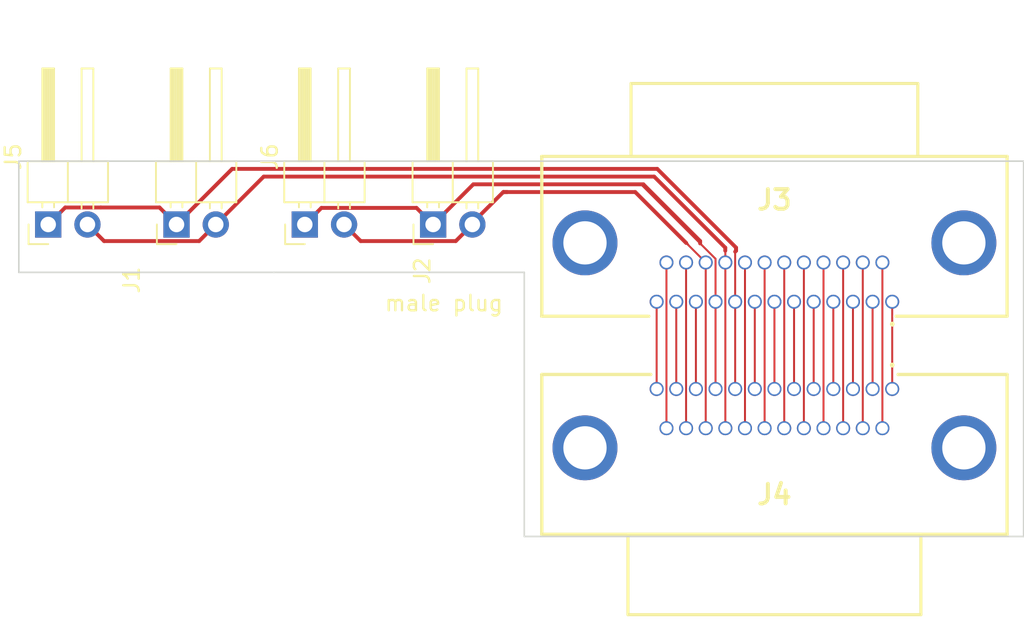
<source format=kicad_pcb>
(kicad_pcb (version 20211014) (generator pcbnew)
  (layers (0 "F.Cu" signal) (31 "B.Cu" signal) (34 "B.Paste" user) (35 "F.Paste" user) (36 "B.SilkS" user "B.Silkscreen") (37 "F.SilkS" user "F.Silkscreen") (38 "B.Mask" user) (39 "F.Mask" user) (44 "Edge.Cuts" user))
  (net 0 "")
  (net 1 "Net-(J1-Pad1)")
  (net 2 "Net-(J1-Pad2)")
  (net 3 "Net-(J2-Pad1)")
  (net 4 "Net-(J2-Pad2)")
  (net 6 "Net-(J3-Pad1)")
  (net 7 "Net-(J3-Pad2)")
  (net 8 "Net-(J3-Pad3)")
  (net 9 "Net-(J3-Pad4)")
  (net 10 "Net-(J3-Pad5)")
  (net 11 "Net-(J3-Pad6)")
  (net 12 "Net-(J3-Pad7)")
  (net 13 "Net-(J3-Pad8)")
  (net 14 "Net-(J3-Pad11)")
  (net 15 "Net-(J3-Pad12)")
  (net 16 "Net-(J3-Pad13)")
  (net 17 "Net-(J3-Pad14)")
  (net 18 "Net-(J3-Pad15)")
  (net 19 "Net-(J3-Pad16)")
  (net 20 "Net-(J3-Pad17)")
  (net 21 "Net-(J3-Pad18)")
  (net 22 "Net-(J3-Pad19)")
  (net 23 "Net-(J3-Pad20)")
  (net 24 "Net-(J3-Pad21)")
  (net 25 "Net-(J3-Pad24)")
  (net 26 "Net-(J3-Pad25)")
  (footprint "Connector_PinHeader_2.54mm:PinHeader_1x02_P2.54mm_Horizontal" (layer "F.Cu") (at 127.3 62.6 90)
    (fp_text reference "J2" (at -3 -0.7 90) (layer "F.SilkS"))
    (fp_text value "Conn_01x02_Male_2.54mm")
    (fp_line (start 4.1 0.16) (end 10.1 0.16) (layer "F.SilkS") (width 0.12))
    (fp_line (start 4.1 0.04) (end 10.1 0.04) (layer "F.SilkS") (width 0.12))
    (fp_line (start 4.1 -0.2) (end 10.1 -0.2) (layer "F.SilkS") (width 0.12))
    (fp_line (start 4.1 -0.32) (end 10.1 -0.32) (layer "F.SilkS") (width 0.12))
    (fp_line (start 10.1 2.16) (end 10.1 2.92) (layer "F.SilkS") (width 0.12))
    (fp_line (start 4.1 2.16) (end 10.1 2.16) (layer "F.SilkS") (width 0.12))
    (fp_line (start 4.1 -0.08) (end 10.1 -0.08) (layer "F.SilkS") (width 0.12))
    (fp_line (start 10.1 0.38) (end 4.1 0.38) (layer "F.SilkS") (width 0.12))
    (fp_line (start 1.11 0.38) (end 1.44 0.38) (layer "F.SilkS") (width 0.12))
    (fp_line (start 4.1 0.28) (end 10.1 0.28) (layer "F.SilkS") (width 0.12))
    (fp_line (start 1.44 -1.33) (end 1.44 3.87) (layer "F.SilkS") (width 0.12))
    (fp_line (start 10.1 2.92) (end 4.1 2.92) (layer "F.SilkS") (width 0.12))
    (fp_line (start 1.11 -0.38) (end 1.44 -0.38) (layer "F.SilkS") (width 0.12))
    (fp_line (start 10.1 -0.38) (end 10.1 0.38) (layer "F.SilkS") (width 0.12))
    (fp_line (start 1.44 3.87) (end 4.1 3.87) (layer "F.SilkS") (width 0.12))
    (fp_line (start -1.27 -1.27) (end 0 -1.27) (layer "F.SilkS") (width 0.12))
    (fp_line (start -1.27 0) (end -1.27 -1.27) (layer "F.SilkS") (width 0.12))
    (fp_line (start 1.44 1.27) (end 4.1 1.27) (layer "F.SilkS") (width 0.12))
    (fp_line (start 4.1 3.87) (end 4.1 -1.33) (layer "F.SilkS") (width 0.12))
    (fp_line (start 4.1 -1.33) (end 1.44 -1.33) (layer "F.SilkS") (width 0.12))
    (fp_line (start 4.1 -0.38) (end 10.1 -0.38) (layer "F.SilkS") (width 0.12))
    (fp_line (start 1.042929 2.16) (end 1.44 2.16) (layer "F.SilkS") (width 0.12))
    (fp_line (start 1.042929 2.92) (end 1.44 2.92) (layer "F.SilkS") (width 0.12))
    (pad "1" thru_hole rect (at 0 0 90) (size 1.7 1.7) (drill 1) (layers *.Cu *.Mask) (net 3 "Net-(J2-Pad1)"))
    (pad "2" thru_hole oval (at 0 2.54 90) (size 1.7 1.7) (drill 1) (layers *.Cu *.Mask) (net 4 "Net-(J2-Pad2)"))
  )
  (footprint "Connector_PinHeader_2.54mm:PinHeader_1x02_P2.54mm_Horizontal" (layer "F.Cu") (at 102.4 62.6 90)
    (fp_text reference "J5" (at 4.385 -2.27 90) (layer "F.SilkS"))
    (fp_text value "Conn_01x02_Male_2.54mm")
    (fp_line (start 4.1 0.04) (end 10.1 0.04) (layer "F.SilkS") (width 0.12))
    (fp_line (start 4.1 2.16) (end 10.1 2.16) (layer "F.SilkS") (width 0.12))
    (fp_line (start 1.44 3.87) (end 4.1 3.87) (layer "F.SilkS") (width 0.12))
    (fp_line (start 1.042929 2.92) (end 1.44 2.92) (layer "F.SilkS") (width 0.12))
    (fp_line (start 4.1 3.87) (end 4.1 -1.33) (layer "F.SilkS") (width 0.12))
    (fp_line (start 4.1 -1.33) (end 1.44 -1.33) (layer "F.SilkS") (width 0.12))
    (fp_line (start 1.11 0.38) (end 1.44 0.38) (layer "F.SilkS") (width 0.12))
    (fp_line (start -1.27 0) (end -1.27 -1.27) (layer "F.SilkS") (width 0.12))
    (fp_line (start 4.1 0.28) (end 10.1 0.28) (layer "F.SilkS") (width 0.12))
    (fp_line (start 10.1 -0.38) (end 10.1 0.38) (layer "F.SilkS") (width 0.12))
    (fp_line (start 4.1 -0.32) (end 10.1 -0.32) (layer "F.SilkS") (width 0.12))
    (fp_line (start -1.27 -1.27) (end 0 -1.27) (layer "F.SilkS") (width 0.12))
    (fp_line (start 4.1 -0.38) (end 10.1 -0.38) (layer "F.SilkS") (width 0.12))
    (fp_line (start 4.1 0.16) (end 10.1 0.16) (layer "F.SilkS") (width 0.12))
    (fp_line (start 10.1 2.92) (end 4.1 2.92) (layer "F.SilkS") (width 0.12))
    (fp_line (start 1.44 -1.33) (end 1.44 3.87) (layer "F.SilkS") (width 0.12))
    (fp_line (start 1.44 1.27) (end 4.1 1.27) (layer "F.SilkS") (width 0.12))
    (fp_line (start 1.042929 2.16) (end 1.44 2.16) (layer "F.SilkS") (width 0.12))
    (fp_line (start 4.1 -0.2) (end 10.1 -0.2) (layer "F.SilkS") (width 0.12))
    (fp_line (start 10.1 0.38) (end 4.1 0.38) (layer "F.SilkS") (width 0.12))
    (fp_line (start 1.11 -0.38) (end 1.44 -0.38) (layer "F.SilkS") (width 0.12))
    (fp_line (start 4.1 -0.08) (end 10.1 -0.08) (layer "F.SilkS") (width 0.12))
    (fp_line (start 10.1 2.16) (end 10.1 2.92) (layer "F.SilkS") (width 0.12))
    (pad "1" thru_hole rect (at 0 0 90) (size 1.7 1.7) (drill 1) (layers *.Cu *.Mask) (net 1 "Net-(J1-Pad1)"))
    (pad "2" thru_hole oval (at 0 2.54 90) (size 1.7 1.7) (drill 1) (layers *.Cu *.Mask) (net 2 "Net-(J1-Pad2)"))
  )
  (footprint "0Project_Library:581M25213L461_Norcomp_Female" (layer "F.Cu") (at 157 73.25)
    (fp_text reference "J4" (at -7.62 6.835) (layer "F.SilkS") (effects (font (size 1.27 1.27) (thickness 0.254))))
    (fp_text value "DB25_Female_MountingHoles" hide)
    (fp_line (start 0 -1.6) (end 0 -1.6) (layer "F.SilkS") (width 0.2))
    (fp_line (start 1.855 14.61) (end -17.095 14.61) (layer "F.SilkS") (width 0.2))
    (fp_line (start 7.43 -0.94) (end 7.43 -0.94) (layer "F.SilkS") (width 0.2))
    (fp_line (start -22.67 9.41) (end -22.67 9.41) (layer "F.SilkS") (width 0.2))
    (fp_line (start 0.38 -0.94) (end 7.43 -0.94) (layer "F.SilkS") (width 0.2))
    (fp_line (start -15.62 -0.94) (end -15.62 -0.94) (layer "F.SilkS") (width 0.2))
    (fp_line (start -17.095 14.61) (end -17.095 9.41) (layer "F.SilkS") (width 0.2))
    (fp_line (start -22.67 -0.94) (end -15.62 -0.94) (layer "F.SilkS") (width 0.2))
    (fp_line (start 7.43 -0.94) (end 0.38 -0.94) (layer "F.SilkS") (width 0.2))
    (fp_line (start 7.43 9.41) (end -22.67 9.41) (layer "F.SilkS") (width 0.2))
    (fp_line (start -22.67 -0.94) (end -22.67 9.41) (layer "F.SilkS") (width 0.2))
    (fp_line (start -22.67 9.41) (end -22.67 9.41) (layer "F.SilkS") (width 0.2))
    (fp_line (start -22.67 -0.94) (end -22.67 -0.94) (layer "F.SilkS") (width 0.2))
    (fp_line (start 7.43 9.41) (end 7.43 -0.94) (layer "F.SilkS") (width 0.2))
    (fp_line (start -22.67 9.41) (end -22.67 -0.94) (layer "F.SilkS") (width 0.2))
    (fp_line (start 7.43 9.41) (end 7.43 9.41) (layer "F.SilkS") (width 0.2))
    (fp_line (start -17.095 9.41) (end 1.855 9.41) (layer "F.SilkS") (width 0.2))
    (fp_line (start 0.38 -0.94) (end 0.38 -0.94) (layer "F.SilkS") (width 0.2))
    (fp_line (start 7.43 9.41) (end 7.43 9.41) (layer "F.SilkS") (width 0.2))
    (fp_line (start -22.67 -0.94) (end -22.67 -0.94) (layer "F.SilkS") (width 0.2))
    (fp_line (start 0 -1.6) (end 0 -1.6) (layer "F.SilkS") (width 0.2))
    (fp_line (start 7.43 -0.94) (end 7.43 9.41) (layer "F.SilkS") (width 0.2))
    (fp_line (start 1.855 9.41) (end 1.855 14.61) (layer "F.SilkS") (width 0.2))
    (fp_line (start -15.62 -0.94) (end -22.67 -0.94) (layer "F.SilkS") (width 0.2))
    (fp_line (start -22.67 9.41) (end 7.43 9.41) (layer "F.SilkS") (width 0.2))
    (fp_line (start 0 -1.5) (end 0 -1.5) (layer "F.SilkS") (width 0.2))
    (fp_line (start 7.43 -0.94) (end 7.43 -0.94) (layer "F.SilkS") (width 0.2))
    (fp_arc (start 0 -1.6) (mid 0.05 -1.55) (end 0 -1.5) (layer "F.SilkS") (width 0.2))
    (fp_arc (start 0 -1.5) (mid -0.05 -1.55) (end 0 -1.6) (layer "F.SilkS") (width 0.2))
    (fp_arc (start 0 -1.5) (mid -0.05 -1.55) (end 0 -1.6) (layer "F.SilkS") (width 0.2))
    (pad "0" thru_hole circle (at -19.875 3.81) (size 4.2 4.2) (drill 2.8) (layers *.Cu *.Mask))
    (pad "0" thru_hole circle (at 4.635 3.81) (size 4.2 4.2) (drill 2.8) (layers *.Cu *.Mask))
    (pad "1" thru_hole circle (at 0 0) (size 0.91 0.91) (drill 0.71) (layers *.Cu *.Mask) (net 6 "Net-(J3-Pad1)"))
    (pad "2" thru_hole circle (at -1.27 0) (size 0.91 0.91) (drill 0.71) (layers *.Cu *.Mask) (net 7 "Net-(J3-Pad2)"))
    (pad "3" thru_hole circle (at -2.54 0) (size 0.91 0.91) (drill 0.71) (layers *.Cu *.Mask) (net 8 "Net-(J3-Pad3)"))
    (pad "4" thru_hole circle (at -3.81 0) (size 0.91 0.91) (drill 0.71) (layers *.Cu *.Mask) (net 9 "Net-(J3-Pad4)"))
    (pad "5" thru_hole circle (at -5.08 0) (size 0.91 0.91) (drill 0.71) (layers *.Cu *.Mask) (net 10 "Net-(J3-Pad5)"))
    (pad "6" thru_hole circle (at -6.35 0) (size 0.91 0.91) (drill 0.71) (layers *.Cu *.Mask) (net 11 "Net-(J3-Pad6)"))
    (pad "7" thru_hole circle (at -7.62 0) (size 0.91 0.91) (drill 0.71) (layers *.Cu *.Mask) (net 12 "Net-(J3-Pad7)"))
    (pad "8" thru_hole circle (at -8.89 0) (size 0.91 0.91) (drill 0.71) (layers *.Cu *.Mask) (net 13 "Net-(J3-Pad8)"))
    (pad "9" thru_hole circle (at -10.16 0) (size 0.91 0.91) (drill 0.71) (layers *.Cu *.Mask) (net 1 "Net-(J1-Pad1)"))
    (pad "10" thru_hole circle (at -11.43 0) (size 0.91 0.91) (drill 0.71) (layers *.Cu *.Mask) (net 3 "Net-(J2-Pad1)"))
    (pad "11" thru_hole circle (at -12.7 0) (size 0.91 0.91) (drill 0.71) (layers *.Cu *.Mask) (net 14 "Net-(J3-Pad11)"))
    (pad "12" thru_hole circle (at -13.97 0) (size 0.91 0.91) (drill 0.71) (layers *.Cu *.Mask) (net 15 "Net-(J3-Pad12)"))
    (pad "13" thru_hole circle (at -15.24 0) (size 0.91 0.91) (drill 0.71) (layers *.Cu *.Mask) (net 16 "Net-(J3-Pad13)"))
    (pad "14" thru_hole circle (at -0.635 2.54) (size 0.91 0.91) (drill 0.71) (layers *.Cu *.Mask) (net 17 "Net-(J3-Pad14)"))
    (pad "15" thru_hole circle (at -1.905 2.54) (size 0.91 0.91) (drill 0.71) (layers *.Cu *.Mask) (net 18 "Net-(J3-Pad15)"))
    (pad "16" thru_hole circle (at -3.175 2.54) (size 0.91 0.91) (drill 0.71) (layers *.Cu *.Mask) (net 19 "Net-(J3-Pad16)"))
    (pad "17" thru_hole circle (at -4.445 2.54) (size 0.91 0.91) (drill 0.71) (layers *.Cu *.Mask) (net 20 "Net-(J3-Pad17)"))
    (pad "18" thru_hole circle (at -5.715 2.54) (size 0.91 0.91) (drill 0.71) (layers *.Cu *.Mask) (net 21 "Net-(J3-Pad18)"))
    (pad "19" thru_hole circle (at -6.985 2.54) (size 0.91 0.91) (drill 0.71) (layers *.Cu *.Mask) (net 22 "Net-(J3-Pad19)"))
    (pad "20" thru_hole circle (at -8.255 2.54) (size 0.91 0.91) (drill 0.71) (layers *.Cu *.Mask) (net 23 "Net-(J3-Pad20)"))
    (pad "21" thru_hole circle (at -9.525 2.54) (size 0.91 0.91) (drill 0.71) (layers *.Cu *.Mask) (net 24 "Net-(J3-Pad21)"))
    (pad "22" thru_hole circle (at -10.795 2.54) (size 0.91 0.91) (drill 0.71) (layers *.Cu *.Mask) (net 2 "Net-(J1-Pad2)"))
    (pad "23" thru_hole circle (at -12.065 2.54) (size 0.91 0.91) (drill 0.71) (layers *.Cu *.Mask) (net 4 "Net-(J2-Pad2)"))
    (pad "24" thru_hole circle (at -13.335 2.54) (size 0.91 0.91) (drill 0.71) (layers *.Cu *.Mask) (net 25 "Net-(J3-Pad24)"))
    (pad "25" thru_hole circle (at -14.605 2.54) (size 0.91 0.91) (drill 0.71) (layers *.Cu *.Mask) (net 26 "Net-(J3-Pad25)"))
  )
  (footprint "0Project_Library:581M25113L461_Norcomp" (layer "F.Cu") (at 157 67.6 180)
    (fp_text reference "J3" (at 7.62 6.595 180) (layer "F.SilkS") (effects (font (size 1.27 1.27) (thickness 0.254))))
    (fp_text value "DB25_Male_MountingHoles" hide)
    (fp_line (start -7.43 -0.94) (end -0.25 -0.94) (layer "F.SilkS") (width 0.2))
    (fp_line (start 22.67 9.41) (end 22.67 -0.94) (layer "F.SilkS") (width 0.2))
    (fp_line (start -7.43 -0.94) (end -7.43 -0.94) (layer "F.SilkS") (width 0.2))
    (fp_line (start -7.43 9.41) (end -7.43 9.41) (layer "F.SilkS") (width 0.2))
    (fp_line (start -1.655 9.41) (end 16.895 9.41) (layer "F.SilkS") (width 0.2))
    (fp_line (start 22.67 -0.94) (end 22.67 -0.94) (layer "F.SilkS") (width 0.2))
    (fp_line (start 22.67 9.41) (end 22.67 9.41) (layer "F.SilkS") (width 0.2))
    (fp_line (start 22.67 -0.94) (end 22.67 -0.94) (layer "F.SilkS") (width 0.2))
    (fp_line (start -0.25 -0.94) (end -0.25 -0.94) (layer "F.SilkS") (width 0.2))
    (fp_line (start -7.43 -0.94) (end -7.43 -0.94) (layer "F.SilkS") (width 0.2))
    (fp_line (start 0 -1.4) (end 0 -1.4) (layer "F.SilkS") (width 0.2))
    (fp_line (start 16.895 9.41) (end 16.895 14.13) (layer "F.SilkS") (width 0.2))
    (fp_line (start 16.895 14.13) (end -1.655 14.13) (layer "F.SilkS") (width 0.2))
    (fp_line (start 0 -1.5) (end 0 -1.5) (layer "F.SilkS") (width 0.2))
    (fp_line (start -7.43 9.41) (end -7.43 -0.94) (layer "F.SilkS") (width 0.2))
    (fp_line (start -7.43 9.41) (end -7.43 9.41) (layer "F.SilkS") (width 0.2))
    (fp_line (start 22.67 -0.94) (end 22.67 9.41) (layer "F.SilkS") (width 0.2))
    (fp_line (start -1.655 14.13) (end -1.655 9.41) (layer "F.SilkS") (width 0.2))
    (fp_line (start 15.75 -0.94) (end 22.67 -0.94) (layer "F.SilkS") (width 0.2))
    (fp_line (start 22.67 9.41) (end -7.43 9.41) (layer "F.SilkS") (width 0.2))
    (fp_line (start 22.67 -0.94) (end 15.75 -0.94) (layer "F.SilkS") (width 0.2))
    (fp_line (start -0.25 -0.94) (end -7.43 -0.94) (layer "F.SilkS") (width 0.2))
    (fp_line (start 0 -1.5) (end 0 -1.5) (layer "F.SilkS") (width 0.2))
    (fp_line (start -7.43 9.41) (end 22.67 9.41) (layer "F.SilkS") (width 0.2))
    (fp_line (start 22.67 9.41) (end 22.67 9.41) (layer "F.SilkS") (width 0.2))
    (fp_line (start -7.43 -0.94) (end -7.43 9.41) (layer "F.SilkS") (width 0.2))
    (fp_line (start 15.75 -0.94) (end 15.75 -0.94) (layer "F.SilkS") (width 0.2))
    (fp_arc (start 0 -1.5) (mid 0.05 -1.45) (end 0 -1.4) (layer "F.SilkS") (width 0.2))
    (fp_arc (start 0 -1.4) (mid -0.05 -1.45) (end 0 -1.5) (layer "F.SilkS") (width 0.2))
    (fp_arc (start 0 -1.4) (mid -0.05 -1.45) (end 0 -1.5) (layer "F.SilkS") (width 0.2))
    (pad "0" thru_hole circle (at 19.875 3.81 180) (size 4.2 4.2) (drill 2.8) (layers *.Cu *.Mask))
    (pad "0" thru_hole circle (at -4.635 3.81 180) (size 4.2 4.2) (drill 2.8) (layers *.Cu *.Mask))
    (pad "1" thru_hole circle (at 0 0 180) (size 0.91 0.91) (drill 0.7) (layers *.Cu *.Mask) (net 6 "Net-(J3-Pad1)"))
    (pad "2" thru_hole circle (at 1.27 0 180) (size 0.91 0.91) (drill 0.7) (layers *.Cu *.Mask) (net 7 "Net-(J3-Pad2)"))
    (pad "3" thru_hole circle (at 2.54 0 180) (size 0.91 0.91) (drill 0.7) (layers *.Cu *.Mask) (net 8 "Net-(J3-Pad3)"))
    (pad "4" thru_hole circle (at 3.81 0 180) (size 0.91 0.91) (drill 0.7) (layers *.Cu *.Mask) (net 9 "Net-(J3-Pad4)"))
    (pad "5" thru_hole circle (at 5.08 0 180) (size 0.91 0.91) (drill 0.7) (layers *.Cu *.Mask) (net 10 "Net-(J3-Pad5)"))
    (pad "6" thru_hole circle (at 6.35 0 180) (size 0.91 0.91) (drill 0.7) (layers *.Cu *.Mask) (net 11 "Net-(J3-Pad6)"))
    (pad "7" thru_hole circle (at 7.62 0 180) (size 0.91 0.91) (drill 0.7) (layers *.Cu *.Mask) (net 12 "Net-(J3-Pad7)"))
    (pad "8" thru_hole circle (at 8.89 0 180) (size 0.91 0.91) (drill 0.7) (layers *.Cu *.Mask) (net 13 "Net-(J3-Pad8)"))
    (pad "9" thru_hole circle (at 10.16 0 180) (size 0.91 0.91) (drill 0.7) (layers *.Cu *.Mask) (net 1 "Net-(J1-Pad1)"))
    (pad "10" thru_hole circle (at 11.43 0 180) (size 0.91 0.91) (drill 0.7) (layers *.Cu *.Mask) (net 3 "Net-(J2-Pad1)"))
    (pad "11" thru_hole circle (at 12.7 0 180) (size 0.91 0.91) (drill 0.7) (layers *.Cu *.Mask) (net 14 "Net-(J3-Pad11)"))
    (pad "12" thru_hole circle (at 13.97 0 180) (size 0.91 0.91) (drill 0.7) (layers *.Cu *.Mask) (net 15 "Net-(J3-Pad12)"))
    (pad "13" thru_hole circle (at 15.24 0 180) (size 0.91 0.91) (drill 0.7) (layers *.Cu *.Mask) (net 16 "Net-(J3-Pad13)"))
    (pad "14" thru_hole circle (at 0.635 2.54 180) (size 0.91 0.91) (drill 0.7) (layers *.Cu *.Mask) (net 17 "Net-(J3-Pad14)"))
    (pad "15" thru_hole circle (at 1.905 2.54 180) (size 0.91 0.91) (drill 0.7) (layers *.Cu *.Mask) (net 18 "Net-(J3-Pad15)"))
    (pad "16" thru_hole circle (at 3.175 2.54 180) (size 0.91 0.91) (drill 0.7) (layers *.Cu *.Mask) (net 19 "Net-(J3-Pad16)"))
    (pad "17" thru_hole circle (at 4.445 2.54 180) (size 0.91 0.91) (drill 0.7) (layers *.Cu *.Mask) (net 20 "Net-(J3-Pad17)"))
    (pad "18" thru_hole circle (at 5.715 2.54 180) (size 0.91 0.91) (drill 0.7) (layers *.Cu *.Mask) (net 21 "Net-(J3-Pad18)"))
    (pad "19" thru_hole circle (at 6.985 2.54 180) (size 0.91 0.91) (drill 0.7) (layers *.Cu *.Mask) (net 22 "Net-(J3-Pad19)"))
    (pad "20" thru_hole circle (at 8.255 2.54 180) (size 0.91 0.91) (drill 0.7) (layers *.Cu *.Mask) (net 23 "Net-(J3-Pad20)"))
    (pad "21" thru_hole circle (at 9.525 2.54 180) (size 0.91 0.91) (drill 0.7) (layers *.Cu *.Mask) (net 24 "Net-(J3-Pad21)"))
    (pad "22" thru_hole circle (at 10.795 2.54 180) (size 0.91 0.91) (drill 0.7) (layers *.Cu *.Mask) (net 2 "Net-(J1-Pad2)"))
    (pad "23" thru_hole circle (at 12.065 2.54 180) (size 0.91 0.91) (drill 0.7) (layers *.Cu *.Mask) (net 4 "Net-(J2-Pad2)"))
    (pad "24" thru_hole circle (at 13.335 2.54 180) (size 0.91 0.91) (drill 0.7) (layers *.Cu *.Mask) (net 25 "Net-(J3-Pad24)"))
    (pad "25" thru_hole circle (at 14.605 2.54 180) (size 0.91 0.91) (drill 0.7) (layers *.Cu *.Mask) (net 26 "Net-(J3-Pad25)"))
  )
  (footprint "Connector_PinHeader_2.54mm:PinHeader_1x02_P2.54mm_Horizontal" (layer "F.Cu") (at 110.7 62.6 90)
    (fp_text reference "J1" (at -3.6 -2.9 90) (layer "F.SilkS"))
    (fp_text value "Conn_01x02_Male_2.54mm")
    (fp_line (start 4.1 -0.2) (end 10.1 -0.2) (layer "F.SilkS") (width 0.12))
    (fp_line (start 4.1 0.16) (end 10.1 0.16) (layer "F.SilkS") (width 0.12))
    (fp_line (start 10.1 2.92) (end 4.1 2.92) (layer "F.SilkS") (width 0.12))
    (fp_line (start 1.042929 2.16) (end 1.44 2.16) (layer "F.SilkS") (width 0.12))
    (fp_line (start 1.44 1.27) (end 4.1 1.27) (layer "F.SilkS") (width 0.12))
    (fp_line (start -1.27 0) (end -1.27 -1.27) (layer "F.SilkS") (width 0.12))
    (fp_line (start 4.1 0.04) (end 10.1 0.04) (layer "F.SilkS") (width 0.12))
    (fp_line (start 1.44 -1.33) (end 1.44 3.87) (layer "F.SilkS") (width 0.12))
    (fp_line (start 4.1 3.87) (end 4.1 -1.33) (layer "F.SilkS") (width 0.12))
    (fp_line (start 4.1 -0.38) (end 10.1 -0.38) (layer "F.SilkS") (width 0.12))
    (fp_line (start 4.1 -0.32) (end 10.1 -0.32) (layer "F.SilkS") (width 0.12))
    (fp_line (start -1.27 -1.27) (end 0 -1.27) (layer "F.SilkS") (width 0.12))
    (fp_line (start 1.11 -0.38) (end 1.44 -0.38) (layer "F.SilkS") (width 0.12))
    (fp_line (start 1.11 0.38) (end 1.44 0.38) (layer "F.SilkS") (width 0.12))
    (fp_line (start 4.1 -0.08) (end 10.1 -0.08) (layer "F.SilkS") (width 0.12))
    (fp_line (start 4.1 2.16) (end 10.1 2.16) (layer "F.SilkS") (width 0.12))
    (fp_line (start 1.042929 2.92) (end 1.44 2.92) (layer "F.SilkS") (width 0.12))
    (fp_line (start 4.1 0.28) (end 10.1 0.28) (layer "F.SilkS") (width 0.12))
    (fp_line (start 4.1 -1.33) (end 1.44 -1.33) (layer "F.SilkS") (width 0.12))
    (fp_line (start 10.1 2.16) (end 10.1 2.92) (layer "F.SilkS") (width 0.12))
    (fp_line (start 10.1 0.38) (end 4.1 0.38) (layer "F.SilkS") (width 0.12))
    (fp_line (start 10.1 -0.38) (end 10.1 0.38) (layer "F.SilkS") (width 0.12))
    (fp_line (start 1.44 3.87) (end 4.1 3.87) (layer "F.SilkS") (width 0.12))
    (pad "1" thru_hole rect (at 0 0 90) (size 1.7 1.7) (drill 1) (layers *.Cu *.Mask) (net 1 "Net-(J1-Pad1)"))
    (pad "2" thru_hole oval (at 0 2.54 90) (size 1.7 1.7) (drill 1) (layers *.Cu *.Mask) (net 2 "Net-(J1-Pad2)"))
  )
  (footprint "Connector_PinHeader_2.54mm:PinHeader_1x02_P2.54mm_Horizontal" (layer "F.Cu") (at 119 62.6 90)
    (fp_text reference "J6" (at 4.385 -2.27 90) (layer "F.SilkS"))
    (fp_text value "Conn_01x02_Male_2.54mm")
    (fp_line (start 10.1 2.16) (end 10.1 2.92) (layer "F.SilkS") (width 0.12))
    (fp_line (start 4.1 2.16) (end 10.1 2.16) (layer "F.SilkS") (width 0.12))
    (fp_line (start 1.44 1.27) (end 4.1 1.27) (layer "F.SilkS") (width 0.12))
    (fp_line (start 4.1 -0.08) (end 10.1 -0.08) (layer "F.SilkS") (width 0.12))
    (fp_line (start 1.44 -1.33) (end 1.44 3.87) (layer "F.SilkS") (width 0.12))
    (fp_line (start 4.1 -0.38) (end 10.1 -0.38) (layer "F.SilkS") (width 0.12))
    (fp_line (start 4.1 0.04) (end 10.1 0.04) (layer "F.SilkS") (width 0.12))
    (fp_line (start -1.27 -1.27) (end 0 -1.27) (layer "F.SilkS") (width 0.12))
    (fp_line (start 1.042929 2.16) (end 1.44 2.16) (layer "F.SilkS") (width 0.12))
    (fp_line (start 1.11 -0.38) (end 1.44 -0.38) (layer "F.SilkS") (width 0.12))
    (fp_line (start 1.11 0.38) (end 1.44 0.38) (layer "F.SilkS") (width 0.12))
    (fp_line (start 10.1 0.38) (end 4.1 0.38) (layer "F.SilkS") (width 0.12))
    (fp_line (start 4.1 0.16) (end 10.1 0.16) (layer "F.SilkS") (width 0.12))
    (fp_line (start 10.1 2.92) (end 4.1 2.92) (layer "F.SilkS") (width 0.12))
    (fp_line (start 10.1 -0.38) (end 10.1 0.38) (layer "F.SilkS") (width 0.12))
    (fp_line (start 4.1 -0.2) (end 10.1 -0.2) (layer "F.SilkS") (width 0.12))
    (fp_line (start 4.1 0.28) (end 10.1 0.28) (layer "F.SilkS") (width 0.12))
    (fp_line (start 1.44 3.87) (end 4.1 3.87) (layer "F.SilkS") (width 0.12))
    (fp_line (start 4.1 -1.33) (end 1.44 -1.33) (layer "F.SilkS") (width 0.12))
    (fp_line (start 1.042929 2.92) (end 1.44 2.92) (layer "F.SilkS") (width 0.12))
    (fp_line (start 4.1 3.87) (end 4.1 -1.33) (layer "F.SilkS") (width 0.12))
    (fp_line (start -1.27 0) (end -1.27 -1.27) (layer "F.SilkS") (width 0.12))
    (fp_line (start 4.1 -0.32) (end 10.1 -0.32) (layer "F.SilkS") (width 0.12))
    (pad "1" thru_hole rect (at 0 0 90) (size 1.7 1.7) (drill 1) (layers *.Cu *.Mask) (net 3 "Net-(J2-Pad1)"))
    (pad "2" thru_hole oval (at 0 2.54 90) (size 1.7 1.7) (drill 1) (layers *.Cu *.Mask) (net 4 "Net-(J2-Pad2)"))
  )
  (gr_line (start 133.2 65.7) (end 133.2 82.8) (layer "Edge.Cuts") (width 0.1))
  (gr_line (start 165.5 58.5) (end 133.2 58.5) (layer "Edge.Cuts") (width 0.1))
  (gr_line (start 100.5 58.5) (end 117 58.5) (layer "Edge.Cuts") (width 0.1))
  (gr_line (start 165.5 82.8) (end 165.5 58.5) (layer "Edge.Cuts") (width 0.1))
  (gr_line (start 133.2 82.8) (end 165.5 82.8) (layer "Edge.Cuts") (width 0.1))
  (gr_line (start 100.5 58.5) (end 100.5 65.7) (layer "Edge.Cuts") (width 0.1))
  (gr_line (start 117 65.7) (end 100.5 65.7) (layer "Edge.Cuts") (width 0.1))
  (gr_line (start 133.2 58.5) (end 117 58.5) (layer "Edge.Cuts") (width 0.1))
  (gr_line (start 117 65.7) (end 133.2 65.7) (layer "Edge.Cuts") (width 0.1))
  (gr_text "male plug" (at 128 67.7) (layer "F.SilkS") (effects (font (size 1 1))))
  (segment (start 146.9 64.3) (end 146.84 64.36) (width 0.25) (layer "F.Cu") (net 1))
  (segment (start 110.7 62.6) (end 109.6 61.5) (width 0.25) (layer "F.Cu") (net 1))
  (segment (start 146.9 64.1) (end 146.9 64.3) (width 0.25) (layer "F.Cu") (net 1))
  (segment (start 114.3 59) (end 110.7 62.6) (width 0.25) (layer "F.Cu") (net 1))
  (segment (start 146.84 67.6) (end 146.84 64.36) (width 0.127) (layer "F.Cu") (net 1))
  (segment (start 146.84 67.6) (end 146.84 73.25) (width 0.127) (layer "F.Cu") (net 1))
  (segment (start 102.4 62.6) (end 103.5 61.5) (width 0.25) (layer "F.Cu") (net 1))
  (segment (start 141.8 59) (end 146.9 64.1) (width 0.25) (layer "F.Cu") (net 1))
  (segment (start 146.84 64.36) (end 146.84 64.14) (width 0.127) (layer "F.Cu") (net 1))
  (segment (start 103.5 61.5) (end 105.8 61.5) (width 0.25) (layer "F.Cu") (net 1))
  (segment (start 141.8 59) (end 114.3 59) (width 0.25) (layer "F.Cu") (net 1))
  (segment (start 109.6 61.5) (end 105.8 61.5) (width 0.25) (layer "F.Cu") (net 1))
  (segment (start 146.205 65.06) (end 146.205 75.79) (width 0.127) (layer "F.Cu") (net 2))
  (segment (start 146.205 65.06) (end 146.205 64.305) (width 0.127) (layer "F.Cu") (net 2))
  (segment (start 116.34 59.5) (end 113.24 62.6) (width 0.25) (layer "F.Cu") (net 2))
  (segment (start 112.165489 63.674511) (end 106.014511 63.674511) (width 0.25) (layer "F.Cu") (net 2))
  (segment (start 146.205 64.305) (end 146.2 64.3) (width 0.127) (layer "F.Cu") (net 2))
  (segment (start 146.2 64.1) (end 146.2 64.3) (width 0.25) (layer "F.Cu") (net 2))
  (segment (start 113.24 62.6) (end 112.165489 63.674511) (width 0.25) (layer "F.Cu") (net 2))
  (segment (start 106.014511 63.674511) (end 104.94 62.6) (width 0.25) (layer "F.Cu") (net 2))
  (segment (start 141.6 59.5) (end 146.2 64.1) (width 0.25) (layer "F.Cu") (net 2))
  (segment (start 141.6 59.5) (end 116.34 59.5) (width 0.25) (layer "F.Cu") (net 2))
  (segment (start 144.5745 63.8255) (end 140.749001 60) (width 0.127) (layer "F.Cu") (net 3))
  (segment (start 144.5745 63.6745) (end 144.5745 63.8255) (width 0.25) (layer "F.Cu") (net 3))
  (segment (start 120.074511 61.525489) (end 119 62.6) (width 0.25) (layer "F.Cu") (net 3))
  (segment (start 127.3 62.6) (end 126.225489 61.525489) (width 0.25) (layer "F.Cu") (net 3))
  (segment (start 129.9 60) (end 140.9 60) (width 0.25) (layer "F.Cu") (net 3))
  (segment (start 145.57 64.820999) (end 144.5745 63.8255) (width 0.127) (layer "F.Cu") (net 3))
  (segment (start 140.9 60) (end 144.5745 63.6745) (width 0.25) (layer "F.Cu") (net 3))
  (segment (start 126.225489 61.525489) (end 120.074511 61.525489) (width 0.25) (layer "F.Cu") (net 3))
  (segment (start 145.57 67.6) (end 145.57 73.25) (width 0.127) (layer "F.Cu") (net 3))
  (segment (start 145.57 67.6) (end 145.57 64.820999) (width 0.127) (layer "F.Cu") (net 3))
  (segment (start 127.4 62.5) (end 129.9 60) (width 0.25) (layer "F.Cu") (net 3))
  (segment (start 122.614511 63.674511) (end 121.54 62.6) (width 0.25) (layer "F.Cu") (net 4))
  (segment (start 143.7 63.8) (end 143.675 63.8) (width 0.127) (layer "F.Cu") (net 4))
  (segment (start 140.375 60.5) (end 143.675 63.8) (width 0.25) (layer "F.Cu") (net 4))
  (segment (start 129.84 62.5) (end 131.84 60.5) (width 0.25) (layer "F.Cu") (net 4))
  (segment (start 143.8 63.925) (end 143.8 63.9) (width 0.127) (layer "F.Cu") (net 4))
  (segment (start 131.84 60.5) (end 140.375 60.5) (width 0.25) (layer "F.Cu") (net 4))
  (segment (start 132.1 60.5) (end 131.9 60.5) (width 0.127) (layer "F.Cu") (net 4))
  (segment (start 131.84 60.5) (end 132.1 60.5) (width 0.25) (layer "F.Cu") (net 4))
  (segment (start 144.935 65.06) (end 143.8 63.925) (width 0.127) (layer "F.Cu") (net 4))
  (segment (start 144.935 75.79) (end 144.935 65.06) (width 0.127) (layer "F.Cu") (net 4))
  (segment (start 128.765489 63.674511) (end 122.614511 63.674511) (width 0.25) (layer "F.Cu") (net 4))
  (segment (start 143.8 63.9) (end 143.7 63.8) (width 0.127) (layer "F.Cu") (net 4))
  (segment (start 129.84 62.6) (end 128.765489 63.674511) (width 0.25) (layer "F.Cu") (net 4))
  (segment (start 157 67.6) (end 157 73.25) (width 0.127) (layer "F.Cu") (net 6))
  (segment (start 155.73 73.25) (end 155.73 67.6) (width 0.127) (layer "F.Cu") (net 7))
  (segment (start 154.46 67.6) (end 154.46 73.25) (width 0.127) (layer "F.Cu") (net 8))
  (segment (start 153.19 73.25) (end 153.19 67.6) (width 0.127) (layer "F.Cu") (net 9))
  (segment (start 151.92 67.6) (end 151.92 73.25) (width 0.127) (layer "F.Cu") (net 10))
  (segment (start 150.65 67.6) (end 150.65 73.25) (width 0.127) (layer "F.Cu") (net 11))
  (segment (start 149.38 73.25) (end 149.38 67.6) (width 0.127) (layer "F.Cu") (net 12))
  (segment (start 148.11 67.6) (end 148.11 73.25) (width 0.127) (layer "F.Cu") (net 13))
  (segment (start 144.3 67.6) (end 144.3 73.25) (width 0.127) (layer "F.Cu") (net 14))
  (segment (start 143.03 67.6) (end 143.03 73.25) (width 0.127) (layer "F.Cu") (net 15))
  (segment (start 141.76 67.6) (end 141.76 73.25) (width 0.127) (layer "F.Cu") (net 16))
  (segment (start 156.365 65.06) (end 156.365 75.79) (width 0.127) (layer "F.Cu") (net 17))
  (segment (start 155.095 75.79) (end 155.095 65.06) (width 0.127) (layer "F.Cu") (net 18))
  (segment (start 153.825 65.06) (end 153.825 75.79) (width 0.127) (layer "F.Cu") (net 19))
  (segment (start 152.555 75.79) (end 152.555 65.06) (width 0.127) (layer "F.Cu") (net 20))
  (segment (start 151.285 65.06) (end 151.285 75.79) (width 0.127) (layer "F.Cu") (net 21))
  (segment (start 150.015 75.79) (end 150.015 65.06) (width 0.127) (layer "F.Cu") (net 22))
  (segment (start 148.745 65.06) (end 148.745 75.79) (width 0.127) (layer "F.Cu") (net 23))
  (segment (start 147.475 75.79) (end 147.475 65.06) (width 0.127) (layer "F.Cu") (net 24))
  (segment (start 143.665 65.06) (end 143.665 75.79) (width 0.127) (layer "F.Cu") (net 25))
  (segment (start 142.395 75.79) (end 142.395 65.06) (width 0.127) (layer "F.Cu") (net 26))
)
</source>
